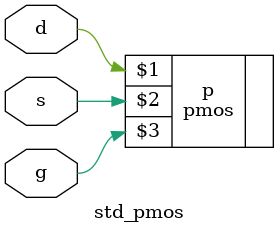
<source format=sv>
module std_pmos
(
	input  g,
	input  s,
	inout  d
);

// Primitive Device (out,in,ctrlr)
pmos p (d, s, g);

endmodule

</source>
